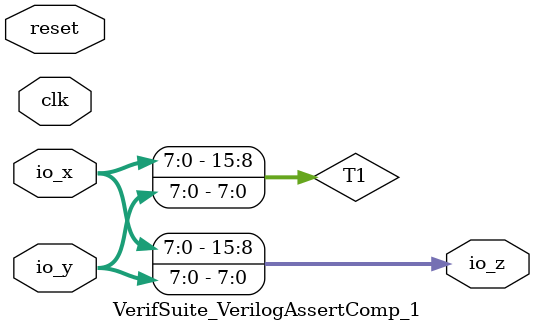
<source format=v>
module VerifSuite_VerilogAssertComp_1(input clk, input reset,
    input [7:0] io_x,
    input [7:0] io_y,
    output[15:0] io_z
);

  reg[0:0] T0;
  wire[15:0] T1;

`ifndef SYNTHESIS
// synthesis translate_off
  integer initvar;
  initial begin
    #0.002;
    T0 = 1'b0;
  end
// synthesis translate_on
`endif

  assign io_z = T1;
  assign T1 = {io_x, io_y};

  always @(posedge clk) begin
`ifndef SYNTHESIS
// synthesis translate_off
  if(reset) T0 <= 1'b1;
  if(!reset && T0 && !reset) begin
    $fwrite(32'h80000002, "ASSERTION FAILED: %s\n", "failure");
    $finish;
  end
// synthesis translate_on
`endif
  end
endmodule


</source>
